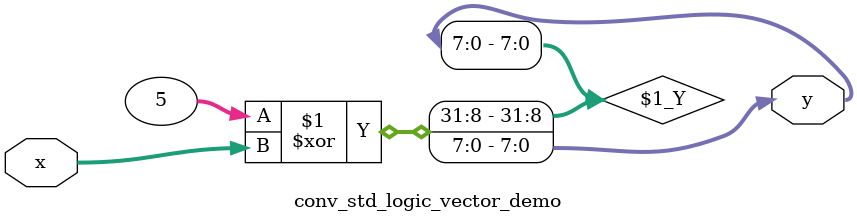
<source format=v>

module conv_std_logic_vector_demo(
input wire [7:0] x,
output wire [7:0] y
);





  // triggers two-argument conv_std_logic_vector usage
  assign y = (5) ^ x;

endmodule

</source>
